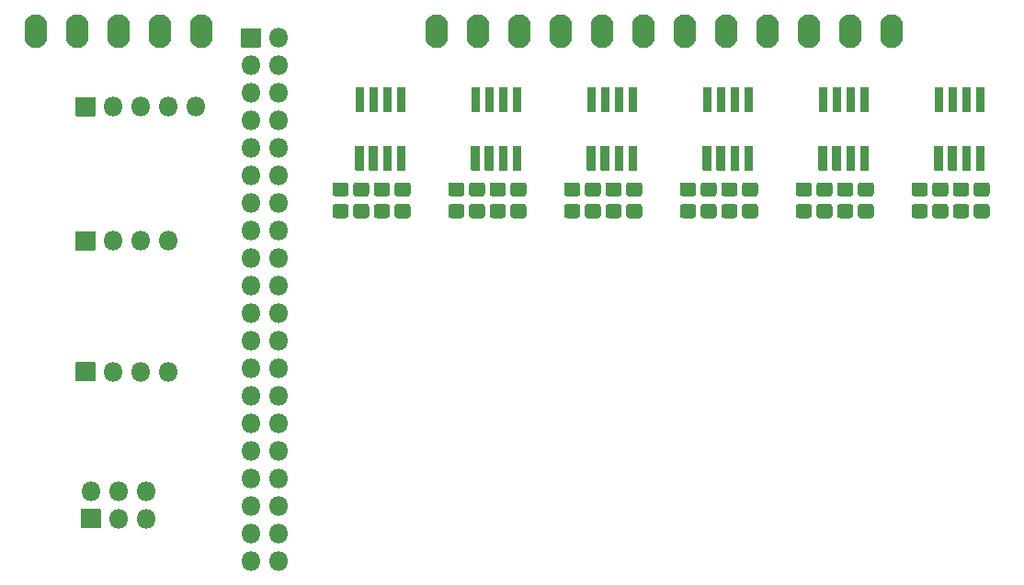
<source format=gbr>
%TF.GenerationSoftware,KiCad,Pcbnew,5.1.9+dfsg1-1*%
%TF.CreationDate,2021-02-28T18:52:37-05:00*%
%TF.ProjectId,incubator_pcb,696e6375-6261-4746-9f72-5f7063622e6b,rev?*%
%TF.SameCoordinates,Original*%
%TF.FileFunction,Soldermask,Bot*%
%TF.FilePolarity,Negative*%
%FSLAX46Y46*%
G04 Gerber Fmt 4.6, Leading zero omitted, Abs format (unit mm)*
G04 Created by KiCad (PCBNEW 5.1.9+dfsg1-1) date 2021-02-28 18:52:37*
%MOMM*%
%LPD*%
G01*
G04 APERTURE LIST*
%ADD10O,1.802000X1.802000*%
%ADD11O,2.102000X3.102000*%
G04 APERTURE END LIST*
D10*
X20828000Y-118618000D03*
X20828000Y-121158000D03*
X18288000Y-118618000D03*
X18288000Y-121158000D03*
X15748000Y-118618000D03*
G36*
G01*
X16598000Y-122059000D02*
X14898000Y-122059000D01*
G75*
G02*
X14847000Y-122008000I0J51000D01*
G01*
X14847000Y-120308000D01*
G75*
G02*
X14898000Y-120257000I51000J0D01*
G01*
X16598000Y-120257000D01*
G75*
G02*
X16649000Y-120308000I0J-51000D01*
G01*
X16649000Y-122008000D01*
G75*
G02*
X16598000Y-122059000I-51000J0D01*
G01*
G37*
G36*
G01*
X40940000Y-81475000D02*
X40940000Y-83625000D01*
G75*
G02*
X40870000Y-83695000I-70000J0D01*
G01*
X40170000Y-83695000D01*
G75*
G02*
X40100000Y-83625000I0J70000D01*
G01*
X40100000Y-81475000D01*
G75*
G02*
X40170000Y-81405000I70000J0D01*
G01*
X40870000Y-81405000D01*
G75*
G02*
X40940000Y-81475000I0J-70000D01*
G01*
G37*
G36*
G01*
X42210000Y-81475000D02*
X42210000Y-83625000D01*
G75*
G02*
X42140000Y-83695000I-70000J0D01*
G01*
X41440000Y-83695000D01*
G75*
G02*
X41370000Y-83625000I0J70000D01*
G01*
X41370000Y-81475000D01*
G75*
G02*
X41440000Y-81405000I70000J0D01*
G01*
X42140000Y-81405000D01*
G75*
G02*
X42210000Y-81475000I0J-70000D01*
G01*
G37*
G36*
G01*
X43480000Y-81475000D02*
X43480000Y-83625000D01*
G75*
G02*
X43410000Y-83695000I-70000J0D01*
G01*
X42710000Y-83695000D01*
G75*
G02*
X42640000Y-83625000I0J70000D01*
G01*
X42640000Y-81475000D01*
G75*
G02*
X42710000Y-81405000I70000J0D01*
G01*
X43410000Y-81405000D01*
G75*
G02*
X43480000Y-81475000I0J-70000D01*
G01*
G37*
G36*
G01*
X44750000Y-81475000D02*
X44750000Y-83625000D01*
G75*
G02*
X44680000Y-83695000I-70000J0D01*
G01*
X43980000Y-83695000D01*
G75*
G02*
X43910000Y-83625000I0J70000D01*
G01*
X43910000Y-81475000D01*
G75*
G02*
X43980000Y-81405000I70000J0D01*
G01*
X44680000Y-81405000D01*
G75*
G02*
X44750000Y-81475000I0J-70000D01*
G01*
G37*
G36*
G01*
X40930000Y-86850000D02*
X40930000Y-89000000D01*
G75*
G02*
X40860000Y-89070000I-70000J0D01*
G01*
X40160000Y-89070000D01*
G75*
G02*
X40090000Y-89000000I0J70000D01*
G01*
X40090000Y-86850000D01*
G75*
G02*
X40160000Y-86780000I70000J0D01*
G01*
X40860000Y-86780000D01*
G75*
G02*
X40930000Y-86850000I0J-70000D01*
G01*
G37*
G36*
G01*
X42200000Y-86850000D02*
X42200000Y-89000000D01*
G75*
G02*
X42130000Y-89070000I-70000J0D01*
G01*
X41430000Y-89070000D01*
G75*
G02*
X41360000Y-89000000I0J70000D01*
G01*
X41360000Y-86850000D01*
G75*
G02*
X41430000Y-86780000I70000J0D01*
G01*
X42130000Y-86780000D01*
G75*
G02*
X42200000Y-86850000I0J-70000D01*
G01*
G37*
G36*
G01*
X44750000Y-86850000D02*
X44750000Y-89000000D01*
G75*
G02*
X44680000Y-89070000I-70000J0D01*
G01*
X43980000Y-89070000D01*
G75*
G02*
X43910000Y-89000000I0J70000D01*
G01*
X43910000Y-86850000D01*
G75*
G02*
X43980000Y-86780000I70000J0D01*
G01*
X44680000Y-86780000D01*
G75*
G02*
X44750000Y-86850000I0J-70000D01*
G01*
G37*
G36*
G01*
X43480000Y-86850000D02*
X43480000Y-89000000D01*
G75*
G02*
X43410000Y-89070000I-70000J0D01*
G01*
X42710000Y-89070000D01*
G75*
G02*
X42640000Y-89000000I0J70000D01*
G01*
X42640000Y-86850000D01*
G75*
G02*
X42710000Y-86780000I70000J0D01*
G01*
X43410000Y-86780000D01*
G75*
G02*
X43480000Y-86850000I0J-70000D01*
G01*
G37*
G36*
G01*
X75974248Y-92154000D02*
X76933752Y-92154000D01*
G75*
G02*
X77205000Y-92425248I0J-271248D01*
G01*
X77205000Y-93184752D01*
G75*
G02*
X76933752Y-93456000I-271248J0D01*
G01*
X75974248Y-93456000D01*
G75*
G02*
X75703000Y-93184752I0J271248D01*
G01*
X75703000Y-92425248D01*
G75*
G02*
X75974248Y-92154000I271248J0D01*
G01*
G37*
G36*
G01*
X75974248Y-90154000D02*
X76933752Y-90154000D01*
G75*
G02*
X77205000Y-90425248I0J-271248D01*
G01*
X77205000Y-91184752D01*
G75*
G02*
X76933752Y-91456000I-271248J0D01*
G01*
X75974248Y-91456000D01*
G75*
G02*
X75703000Y-91184752I0J271248D01*
G01*
X75703000Y-90425248D01*
G75*
G02*
X75974248Y-90154000I271248J0D01*
G01*
G37*
G36*
G01*
X72164248Y-92154000D02*
X73123752Y-92154000D01*
G75*
G02*
X73395000Y-92425248I0J-271248D01*
G01*
X73395000Y-93184752D01*
G75*
G02*
X73123752Y-93456000I-271248J0D01*
G01*
X72164248Y-93456000D01*
G75*
G02*
X71893000Y-93184752I0J271248D01*
G01*
X71893000Y-92425248D01*
G75*
G02*
X72164248Y-92154000I271248J0D01*
G01*
G37*
G36*
G01*
X72164248Y-90154000D02*
X73123752Y-90154000D01*
G75*
G02*
X73395000Y-90425248I0J-271248D01*
G01*
X73395000Y-91184752D01*
G75*
G02*
X73123752Y-91456000I-271248J0D01*
G01*
X72164248Y-91456000D01*
G75*
G02*
X71893000Y-91184752I0J271248D01*
G01*
X71893000Y-90425248D01*
G75*
G02*
X72164248Y-90154000I271248J0D01*
G01*
G37*
G36*
G01*
X70259248Y-92154000D02*
X71218752Y-92154000D01*
G75*
G02*
X71490000Y-92425248I0J-271248D01*
G01*
X71490000Y-93184752D01*
G75*
G02*
X71218752Y-93456000I-271248J0D01*
G01*
X70259248Y-93456000D01*
G75*
G02*
X69988000Y-93184752I0J271248D01*
G01*
X69988000Y-92425248D01*
G75*
G02*
X70259248Y-92154000I271248J0D01*
G01*
G37*
G36*
G01*
X70259248Y-90154000D02*
X71218752Y-90154000D01*
G75*
G02*
X71490000Y-90425248I0J-271248D01*
G01*
X71490000Y-91184752D01*
G75*
G02*
X71218752Y-91456000I-271248J0D01*
G01*
X70259248Y-91456000D01*
G75*
G02*
X69988000Y-91184752I0J271248D01*
G01*
X69988000Y-90425248D01*
G75*
G02*
X70259248Y-90154000I271248J0D01*
G01*
G37*
G36*
G01*
X74069248Y-92154000D02*
X75028752Y-92154000D01*
G75*
G02*
X75300000Y-92425248I0J-271248D01*
G01*
X75300000Y-93184752D01*
G75*
G02*
X75028752Y-93456000I-271248J0D01*
G01*
X74069248Y-93456000D01*
G75*
G02*
X73798000Y-93184752I0J271248D01*
G01*
X73798000Y-92425248D01*
G75*
G02*
X74069248Y-92154000I271248J0D01*
G01*
G37*
G36*
G01*
X74069248Y-90154000D02*
X75028752Y-90154000D01*
G75*
G02*
X75300000Y-90425248I0J-271248D01*
G01*
X75300000Y-91184752D01*
G75*
G02*
X75028752Y-91456000I-271248J0D01*
G01*
X74069248Y-91456000D01*
G75*
G02*
X73798000Y-91184752I0J271248D01*
G01*
X73798000Y-90425248D01*
G75*
G02*
X74069248Y-90154000I271248J0D01*
G01*
G37*
G36*
G01*
X65306248Y-92154000D02*
X66265752Y-92154000D01*
G75*
G02*
X66537000Y-92425248I0J-271248D01*
G01*
X66537000Y-93184752D01*
G75*
G02*
X66265752Y-93456000I-271248J0D01*
G01*
X65306248Y-93456000D01*
G75*
G02*
X65035000Y-93184752I0J271248D01*
G01*
X65035000Y-92425248D01*
G75*
G02*
X65306248Y-92154000I271248J0D01*
G01*
G37*
G36*
G01*
X65306248Y-90154000D02*
X66265752Y-90154000D01*
G75*
G02*
X66537000Y-90425248I0J-271248D01*
G01*
X66537000Y-91184752D01*
G75*
G02*
X66265752Y-91456000I-271248J0D01*
G01*
X65306248Y-91456000D01*
G75*
G02*
X65035000Y-91184752I0J271248D01*
G01*
X65035000Y-90425248D01*
G75*
G02*
X65306248Y-90154000I271248J0D01*
G01*
G37*
G36*
G01*
X61496248Y-92154000D02*
X62455752Y-92154000D01*
G75*
G02*
X62727000Y-92425248I0J-271248D01*
G01*
X62727000Y-93184752D01*
G75*
G02*
X62455752Y-93456000I-271248J0D01*
G01*
X61496248Y-93456000D01*
G75*
G02*
X61225000Y-93184752I0J271248D01*
G01*
X61225000Y-92425248D01*
G75*
G02*
X61496248Y-92154000I271248J0D01*
G01*
G37*
G36*
G01*
X61496248Y-90154000D02*
X62455752Y-90154000D01*
G75*
G02*
X62727000Y-90425248I0J-271248D01*
G01*
X62727000Y-91184752D01*
G75*
G02*
X62455752Y-91456000I-271248J0D01*
G01*
X61496248Y-91456000D01*
G75*
G02*
X61225000Y-91184752I0J271248D01*
G01*
X61225000Y-90425248D01*
G75*
G02*
X61496248Y-90154000I271248J0D01*
G01*
G37*
G36*
G01*
X59591248Y-92154000D02*
X60550752Y-92154000D01*
G75*
G02*
X60822000Y-92425248I0J-271248D01*
G01*
X60822000Y-93184752D01*
G75*
G02*
X60550752Y-93456000I-271248J0D01*
G01*
X59591248Y-93456000D01*
G75*
G02*
X59320000Y-93184752I0J271248D01*
G01*
X59320000Y-92425248D01*
G75*
G02*
X59591248Y-92154000I271248J0D01*
G01*
G37*
G36*
G01*
X59591248Y-90154000D02*
X60550752Y-90154000D01*
G75*
G02*
X60822000Y-90425248I0J-271248D01*
G01*
X60822000Y-91184752D01*
G75*
G02*
X60550752Y-91456000I-271248J0D01*
G01*
X59591248Y-91456000D01*
G75*
G02*
X59320000Y-91184752I0J271248D01*
G01*
X59320000Y-90425248D01*
G75*
G02*
X59591248Y-90154000I271248J0D01*
G01*
G37*
G36*
G01*
X63401248Y-92154000D02*
X64360752Y-92154000D01*
G75*
G02*
X64632000Y-92425248I0J-271248D01*
G01*
X64632000Y-93184752D01*
G75*
G02*
X64360752Y-93456000I-271248J0D01*
G01*
X63401248Y-93456000D01*
G75*
G02*
X63130000Y-93184752I0J271248D01*
G01*
X63130000Y-92425248D01*
G75*
G02*
X63401248Y-92154000I271248J0D01*
G01*
G37*
G36*
G01*
X63401248Y-90154000D02*
X64360752Y-90154000D01*
G75*
G02*
X64632000Y-90425248I0J-271248D01*
G01*
X64632000Y-91184752D01*
G75*
G02*
X64360752Y-91456000I-271248J0D01*
G01*
X63401248Y-91456000D01*
G75*
G02*
X63130000Y-91184752I0J271248D01*
G01*
X63130000Y-90425248D01*
G75*
G02*
X63401248Y-90154000I271248J0D01*
G01*
G37*
G36*
G01*
X97310248Y-92154000D02*
X98269752Y-92154000D01*
G75*
G02*
X98541000Y-92425248I0J-271248D01*
G01*
X98541000Y-93184752D01*
G75*
G02*
X98269752Y-93456000I-271248J0D01*
G01*
X97310248Y-93456000D01*
G75*
G02*
X97039000Y-93184752I0J271248D01*
G01*
X97039000Y-92425248D01*
G75*
G02*
X97310248Y-92154000I271248J0D01*
G01*
G37*
G36*
G01*
X97310248Y-90154000D02*
X98269752Y-90154000D01*
G75*
G02*
X98541000Y-90425248I0J-271248D01*
G01*
X98541000Y-91184752D01*
G75*
G02*
X98269752Y-91456000I-271248J0D01*
G01*
X97310248Y-91456000D01*
G75*
G02*
X97039000Y-91184752I0J271248D01*
G01*
X97039000Y-90425248D01*
G75*
G02*
X97310248Y-90154000I271248J0D01*
G01*
G37*
G36*
G01*
X93500248Y-92154000D02*
X94459752Y-92154000D01*
G75*
G02*
X94731000Y-92425248I0J-271248D01*
G01*
X94731000Y-93184752D01*
G75*
G02*
X94459752Y-93456000I-271248J0D01*
G01*
X93500248Y-93456000D01*
G75*
G02*
X93229000Y-93184752I0J271248D01*
G01*
X93229000Y-92425248D01*
G75*
G02*
X93500248Y-92154000I271248J0D01*
G01*
G37*
G36*
G01*
X93500248Y-90154000D02*
X94459752Y-90154000D01*
G75*
G02*
X94731000Y-90425248I0J-271248D01*
G01*
X94731000Y-91184752D01*
G75*
G02*
X94459752Y-91456000I-271248J0D01*
G01*
X93500248Y-91456000D01*
G75*
G02*
X93229000Y-91184752I0J271248D01*
G01*
X93229000Y-90425248D01*
G75*
G02*
X93500248Y-90154000I271248J0D01*
G01*
G37*
G36*
G01*
X91595248Y-92154000D02*
X92554752Y-92154000D01*
G75*
G02*
X92826000Y-92425248I0J-271248D01*
G01*
X92826000Y-93184752D01*
G75*
G02*
X92554752Y-93456000I-271248J0D01*
G01*
X91595248Y-93456000D01*
G75*
G02*
X91324000Y-93184752I0J271248D01*
G01*
X91324000Y-92425248D01*
G75*
G02*
X91595248Y-92154000I271248J0D01*
G01*
G37*
G36*
G01*
X91595248Y-90154000D02*
X92554752Y-90154000D01*
G75*
G02*
X92826000Y-90425248I0J-271248D01*
G01*
X92826000Y-91184752D01*
G75*
G02*
X92554752Y-91456000I-271248J0D01*
G01*
X91595248Y-91456000D01*
G75*
G02*
X91324000Y-91184752I0J271248D01*
G01*
X91324000Y-90425248D01*
G75*
G02*
X91595248Y-90154000I271248J0D01*
G01*
G37*
G36*
G01*
X95405248Y-92154000D02*
X96364752Y-92154000D01*
G75*
G02*
X96636000Y-92425248I0J-271248D01*
G01*
X96636000Y-93184752D01*
G75*
G02*
X96364752Y-93456000I-271248J0D01*
G01*
X95405248Y-93456000D01*
G75*
G02*
X95134000Y-93184752I0J271248D01*
G01*
X95134000Y-92425248D01*
G75*
G02*
X95405248Y-92154000I271248J0D01*
G01*
G37*
G36*
G01*
X95405248Y-90154000D02*
X96364752Y-90154000D01*
G75*
G02*
X96636000Y-90425248I0J-271248D01*
G01*
X96636000Y-91184752D01*
G75*
G02*
X96364752Y-91456000I-271248J0D01*
G01*
X95405248Y-91456000D01*
G75*
G02*
X95134000Y-91184752I0J271248D01*
G01*
X95134000Y-90425248D01*
G75*
G02*
X95405248Y-90154000I271248J0D01*
G01*
G37*
G36*
G01*
X86642248Y-92154000D02*
X87601752Y-92154000D01*
G75*
G02*
X87873000Y-92425248I0J-271248D01*
G01*
X87873000Y-93184752D01*
G75*
G02*
X87601752Y-93456000I-271248J0D01*
G01*
X86642248Y-93456000D01*
G75*
G02*
X86371000Y-93184752I0J271248D01*
G01*
X86371000Y-92425248D01*
G75*
G02*
X86642248Y-92154000I271248J0D01*
G01*
G37*
G36*
G01*
X86642248Y-90154000D02*
X87601752Y-90154000D01*
G75*
G02*
X87873000Y-90425248I0J-271248D01*
G01*
X87873000Y-91184752D01*
G75*
G02*
X87601752Y-91456000I-271248J0D01*
G01*
X86642248Y-91456000D01*
G75*
G02*
X86371000Y-91184752I0J271248D01*
G01*
X86371000Y-90425248D01*
G75*
G02*
X86642248Y-90154000I271248J0D01*
G01*
G37*
G36*
G01*
X82832248Y-92154000D02*
X83791752Y-92154000D01*
G75*
G02*
X84063000Y-92425248I0J-271248D01*
G01*
X84063000Y-93184752D01*
G75*
G02*
X83791752Y-93456000I-271248J0D01*
G01*
X82832248Y-93456000D01*
G75*
G02*
X82561000Y-93184752I0J271248D01*
G01*
X82561000Y-92425248D01*
G75*
G02*
X82832248Y-92154000I271248J0D01*
G01*
G37*
G36*
G01*
X82832248Y-90154000D02*
X83791752Y-90154000D01*
G75*
G02*
X84063000Y-90425248I0J-271248D01*
G01*
X84063000Y-91184752D01*
G75*
G02*
X83791752Y-91456000I-271248J0D01*
G01*
X82832248Y-91456000D01*
G75*
G02*
X82561000Y-91184752I0J271248D01*
G01*
X82561000Y-90425248D01*
G75*
G02*
X82832248Y-90154000I271248J0D01*
G01*
G37*
G36*
G01*
X80927248Y-92154000D02*
X81886752Y-92154000D01*
G75*
G02*
X82158000Y-92425248I0J-271248D01*
G01*
X82158000Y-93184752D01*
G75*
G02*
X81886752Y-93456000I-271248J0D01*
G01*
X80927248Y-93456000D01*
G75*
G02*
X80656000Y-93184752I0J271248D01*
G01*
X80656000Y-92425248D01*
G75*
G02*
X80927248Y-92154000I271248J0D01*
G01*
G37*
G36*
G01*
X80927248Y-90154000D02*
X81886752Y-90154000D01*
G75*
G02*
X82158000Y-90425248I0J-271248D01*
G01*
X82158000Y-91184752D01*
G75*
G02*
X81886752Y-91456000I-271248J0D01*
G01*
X80927248Y-91456000D01*
G75*
G02*
X80656000Y-91184752I0J271248D01*
G01*
X80656000Y-90425248D01*
G75*
G02*
X80927248Y-90154000I271248J0D01*
G01*
G37*
G36*
G01*
X84737248Y-92154000D02*
X85696752Y-92154000D01*
G75*
G02*
X85968000Y-92425248I0J-271248D01*
G01*
X85968000Y-93184752D01*
G75*
G02*
X85696752Y-93456000I-271248J0D01*
G01*
X84737248Y-93456000D01*
G75*
G02*
X84466000Y-93184752I0J271248D01*
G01*
X84466000Y-92425248D01*
G75*
G02*
X84737248Y-92154000I271248J0D01*
G01*
G37*
G36*
G01*
X84737248Y-90154000D02*
X85696752Y-90154000D01*
G75*
G02*
X85968000Y-90425248I0J-271248D01*
G01*
X85968000Y-91184752D01*
G75*
G02*
X85696752Y-91456000I-271248J0D01*
G01*
X84737248Y-91456000D01*
G75*
G02*
X84466000Y-91184752I0J271248D01*
G01*
X84466000Y-90425248D01*
G75*
G02*
X84737248Y-90154000I271248J0D01*
G01*
G37*
G36*
G01*
X54638248Y-92154000D02*
X55597752Y-92154000D01*
G75*
G02*
X55869000Y-92425248I0J-271248D01*
G01*
X55869000Y-93184752D01*
G75*
G02*
X55597752Y-93456000I-271248J0D01*
G01*
X54638248Y-93456000D01*
G75*
G02*
X54367000Y-93184752I0J271248D01*
G01*
X54367000Y-92425248D01*
G75*
G02*
X54638248Y-92154000I271248J0D01*
G01*
G37*
G36*
G01*
X54638248Y-90154000D02*
X55597752Y-90154000D01*
G75*
G02*
X55869000Y-90425248I0J-271248D01*
G01*
X55869000Y-91184752D01*
G75*
G02*
X55597752Y-91456000I-271248J0D01*
G01*
X54638248Y-91456000D01*
G75*
G02*
X54367000Y-91184752I0J271248D01*
G01*
X54367000Y-90425248D01*
G75*
G02*
X54638248Y-90154000I271248J0D01*
G01*
G37*
G36*
G01*
X50828248Y-92154000D02*
X51787752Y-92154000D01*
G75*
G02*
X52059000Y-92425248I0J-271248D01*
G01*
X52059000Y-93184752D01*
G75*
G02*
X51787752Y-93456000I-271248J0D01*
G01*
X50828248Y-93456000D01*
G75*
G02*
X50557000Y-93184752I0J271248D01*
G01*
X50557000Y-92425248D01*
G75*
G02*
X50828248Y-92154000I271248J0D01*
G01*
G37*
G36*
G01*
X50828248Y-90154000D02*
X51787752Y-90154000D01*
G75*
G02*
X52059000Y-90425248I0J-271248D01*
G01*
X52059000Y-91184752D01*
G75*
G02*
X51787752Y-91456000I-271248J0D01*
G01*
X50828248Y-91456000D01*
G75*
G02*
X50557000Y-91184752I0J271248D01*
G01*
X50557000Y-90425248D01*
G75*
G02*
X50828248Y-90154000I271248J0D01*
G01*
G37*
G36*
G01*
X48923248Y-92154000D02*
X49882752Y-92154000D01*
G75*
G02*
X50154000Y-92425248I0J-271248D01*
G01*
X50154000Y-93184752D01*
G75*
G02*
X49882752Y-93456000I-271248J0D01*
G01*
X48923248Y-93456000D01*
G75*
G02*
X48652000Y-93184752I0J271248D01*
G01*
X48652000Y-92425248D01*
G75*
G02*
X48923248Y-92154000I271248J0D01*
G01*
G37*
G36*
G01*
X48923248Y-90154000D02*
X49882752Y-90154000D01*
G75*
G02*
X50154000Y-90425248I0J-271248D01*
G01*
X50154000Y-91184752D01*
G75*
G02*
X49882752Y-91456000I-271248J0D01*
G01*
X48923248Y-91456000D01*
G75*
G02*
X48652000Y-91184752I0J271248D01*
G01*
X48652000Y-90425248D01*
G75*
G02*
X48923248Y-90154000I271248J0D01*
G01*
G37*
G36*
G01*
X52733248Y-92154000D02*
X53692752Y-92154000D01*
G75*
G02*
X53964000Y-92425248I0J-271248D01*
G01*
X53964000Y-93184752D01*
G75*
G02*
X53692752Y-93456000I-271248J0D01*
G01*
X52733248Y-93456000D01*
G75*
G02*
X52462000Y-93184752I0J271248D01*
G01*
X52462000Y-92425248D01*
G75*
G02*
X52733248Y-92154000I271248J0D01*
G01*
G37*
G36*
G01*
X52733248Y-90154000D02*
X53692752Y-90154000D01*
G75*
G02*
X53964000Y-90425248I0J-271248D01*
G01*
X53964000Y-91184752D01*
G75*
G02*
X53692752Y-91456000I-271248J0D01*
G01*
X52733248Y-91456000D01*
G75*
G02*
X52462000Y-91184752I0J271248D01*
G01*
X52462000Y-90425248D01*
G75*
G02*
X52733248Y-90154000I271248J0D01*
G01*
G37*
G36*
G01*
X43970248Y-92154000D02*
X44929752Y-92154000D01*
G75*
G02*
X45201000Y-92425248I0J-271248D01*
G01*
X45201000Y-93184752D01*
G75*
G02*
X44929752Y-93456000I-271248J0D01*
G01*
X43970248Y-93456000D01*
G75*
G02*
X43699000Y-93184752I0J271248D01*
G01*
X43699000Y-92425248D01*
G75*
G02*
X43970248Y-92154000I271248J0D01*
G01*
G37*
G36*
G01*
X43970248Y-90154000D02*
X44929752Y-90154000D01*
G75*
G02*
X45201000Y-90425248I0J-271248D01*
G01*
X45201000Y-91184752D01*
G75*
G02*
X44929752Y-91456000I-271248J0D01*
G01*
X43970248Y-91456000D01*
G75*
G02*
X43699000Y-91184752I0J271248D01*
G01*
X43699000Y-90425248D01*
G75*
G02*
X43970248Y-90154000I271248J0D01*
G01*
G37*
G36*
G01*
X40160248Y-92154000D02*
X41119752Y-92154000D01*
G75*
G02*
X41391000Y-92425248I0J-271248D01*
G01*
X41391000Y-93184752D01*
G75*
G02*
X41119752Y-93456000I-271248J0D01*
G01*
X40160248Y-93456000D01*
G75*
G02*
X39889000Y-93184752I0J271248D01*
G01*
X39889000Y-92425248D01*
G75*
G02*
X40160248Y-92154000I271248J0D01*
G01*
G37*
G36*
G01*
X40160248Y-90154000D02*
X41119752Y-90154000D01*
G75*
G02*
X41391000Y-90425248I0J-271248D01*
G01*
X41391000Y-91184752D01*
G75*
G02*
X41119752Y-91456000I-271248J0D01*
G01*
X40160248Y-91456000D01*
G75*
G02*
X39889000Y-91184752I0J271248D01*
G01*
X39889000Y-90425248D01*
G75*
G02*
X40160248Y-90154000I271248J0D01*
G01*
G37*
G36*
G01*
X38255248Y-92154000D02*
X39214752Y-92154000D01*
G75*
G02*
X39486000Y-92425248I0J-271248D01*
G01*
X39486000Y-93184752D01*
G75*
G02*
X39214752Y-93456000I-271248J0D01*
G01*
X38255248Y-93456000D01*
G75*
G02*
X37984000Y-93184752I0J271248D01*
G01*
X37984000Y-92425248D01*
G75*
G02*
X38255248Y-92154000I271248J0D01*
G01*
G37*
G36*
G01*
X38255248Y-90154000D02*
X39214752Y-90154000D01*
G75*
G02*
X39486000Y-90425248I0J-271248D01*
G01*
X39486000Y-91184752D01*
G75*
G02*
X39214752Y-91456000I-271248J0D01*
G01*
X38255248Y-91456000D01*
G75*
G02*
X37984000Y-91184752I0J271248D01*
G01*
X37984000Y-90425248D01*
G75*
G02*
X38255248Y-90154000I271248J0D01*
G01*
G37*
G36*
G01*
X42065248Y-92154000D02*
X43024752Y-92154000D01*
G75*
G02*
X43296000Y-92425248I0J-271248D01*
G01*
X43296000Y-93184752D01*
G75*
G02*
X43024752Y-93456000I-271248J0D01*
G01*
X42065248Y-93456000D01*
G75*
G02*
X41794000Y-93184752I0J271248D01*
G01*
X41794000Y-92425248D01*
G75*
G02*
X42065248Y-92154000I271248J0D01*
G01*
G37*
G36*
G01*
X42065248Y-90154000D02*
X43024752Y-90154000D01*
G75*
G02*
X43296000Y-90425248I0J-271248D01*
G01*
X43296000Y-91184752D01*
G75*
G02*
X43024752Y-91456000I-271248J0D01*
G01*
X42065248Y-91456000D01*
G75*
G02*
X41794000Y-91184752I0J271248D01*
G01*
X41794000Y-90425248D01*
G75*
G02*
X42065248Y-90154000I271248J0D01*
G01*
G37*
X22860000Y-107619999D03*
X20320000Y-107619999D03*
X17780000Y-107619999D03*
G36*
G01*
X16090000Y-108520999D02*
X14390000Y-108520999D01*
G75*
G02*
X14339000Y-108469999I0J51000D01*
G01*
X14339000Y-106769999D01*
G75*
G02*
X14390000Y-106718999I51000J0D01*
G01*
X16090000Y-106718999D01*
G75*
G02*
X16141000Y-106769999I0J-51000D01*
G01*
X16141000Y-108469999D01*
G75*
G02*
X16090000Y-108520999I-51000J0D01*
G01*
G37*
X22860000Y-95554999D03*
X20320000Y-95554999D03*
X17780000Y-95554999D03*
G36*
G01*
X16090000Y-96455999D02*
X14390000Y-96455999D01*
G75*
G02*
X14339000Y-96404999I0J51000D01*
G01*
X14339000Y-94704999D01*
G75*
G02*
X14390000Y-94653999I51000J0D01*
G01*
X16090000Y-94653999D01*
G75*
G02*
X16141000Y-94704999I0J-51000D01*
G01*
X16141000Y-96404999D01*
G75*
G02*
X16090000Y-96455999I-51000J0D01*
G01*
G37*
X33020000Y-125095000D03*
X30480000Y-125095000D03*
X33020000Y-122555000D03*
X30480000Y-122555000D03*
X33020000Y-120015000D03*
X30480000Y-120015000D03*
X33020000Y-117475000D03*
X30480000Y-117475000D03*
X33020000Y-114935000D03*
X30480000Y-114935000D03*
X33020000Y-112395000D03*
X30480000Y-112395000D03*
X33020000Y-109855000D03*
X30480000Y-109855000D03*
X33020000Y-107315000D03*
X30480000Y-107315000D03*
X33020000Y-104775000D03*
X30480000Y-104775000D03*
X33020000Y-102235000D03*
X30480000Y-102235000D03*
X33020000Y-99695000D03*
X30480000Y-99695000D03*
X33020000Y-97155000D03*
X30480000Y-97155000D03*
X33020000Y-94615000D03*
X30480000Y-94615000D03*
X33020000Y-92075000D03*
X30480000Y-92075000D03*
X33020000Y-89535000D03*
X30480000Y-89535000D03*
X33020000Y-86995000D03*
X30480000Y-86995000D03*
X33020000Y-84455000D03*
X30480000Y-84455000D03*
X33020000Y-81915000D03*
X30480000Y-81915000D03*
X33020000Y-79375000D03*
X30480000Y-79375000D03*
X33020000Y-76835000D03*
G36*
G01*
X29579000Y-77685000D02*
X29579000Y-75985000D01*
G75*
G02*
X29630000Y-75934000I51000J0D01*
G01*
X31330000Y-75934000D01*
G75*
G02*
X31381000Y-75985000I0J-51000D01*
G01*
X31381000Y-77685000D01*
G75*
G02*
X31330000Y-77736000I-51000J0D01*
G01*
X29630000Y-77736000D01*
G75*
G02*
X29579000Y-77685000I0J51000D01*
G01*
G37*
D11*
X18288000Y-76200000D03*
X14478000Y-76200000D03*
X10668000Y-76200000D03*
X25908000Y-76200000D03*
X22098000Y-76200000D03*
D10*
X25400000Y-83185000D03*
X22860000Y-83185000D03*
X20320000Y-83185000D03*
X17780000Y-83185000D03*
G36*
G01*
X16090000Y-84086000D02*
X14390000Y-84086000D01*
G75*
G02*
X14339000Y-84035000I0J51000D01*
G01*
X14339000Y-82335000D01*
G75*
G02*
X14390000Y-82284000I51000J0D01*
G01*
X16090000Y-82284000D01*
G75*
G02*
X16141000Y-82335000I0J-51000D01*
G01*
X16141000Y-84035000D01*
G75*
G02*
X16090000Y-84086000I-51000J0D01*
G01*
G37*
D11*
X89535000Y-76200000D03*
X85725000Y-76200000D03*
X81915000Y-76200000D03*
X78105000Y-76200000D03*
X74295000Y-76200000D03*
X70485000Y-76200000D03*
X66675000Y-76200000D03*
X62865000Y-76200000D03*
X59055000Y-76200000D03*
X55245000Y-76200000D03*
X51435000Y-76200000D03*
X47625000Y-76200000D03*
G36*
G01*
X72944000Y-81475000D02*
X72944000Y-83625000D01*
G75*
G02*
X72874000Y-83695000I-70000J0D01*
G01*
X72174000Y-83695000D01*
G75*
G02*
X72104000Y-83625000I0J70000D01*
G01*
X72104000Y-81475000D01*
G75*
G02*
X72174000Y-81405000I70000J0D01*
G01*
X72874000Y-81405000D01*
G75*
G02*
X72944000Y-81475000I0J-70000D01*
G01*
G37*
G36*
G01*
X74214000Y-81475000D02*
X74214000Y-83625000D01*
G75*
G02*
X74144000Y-83695000I-70000J0D01*
G01*
X73444000Y-83695000D01*
G75*
G02*
X73374000Y-83625000I0J70000D01*
G01*
X73374000Y-81475000D01*
G75*
G02*
X73444000Y-81405000I70000J0D01*
G01*
X74144000Y-81405000D01*
G75*
G02*
X74214000Y-81475000I0J-70000D01*
G01*
G37*
G36*
G01*
X75484000Y-81475000D02*
X75484000Y-83625000D01*
G75*
G02*
X75414000Y-83695000I-70000J0D01*
G01*
X74714000Y-83695000D01*
G75*
G02*
X74644000Y-83625000I0J70000D01*
G01*
X74644000Y-81475000D01*
G75*
G02*
X74714000Y-81405000I70000J0D01*
G01*
X75414000Y-81405000D01*
G75*
G02*
X75484000Y-81475000I0J-70000D01*
G01*
G37*
G36*
G01*
X76754000Y-81475000D02*
X76754000Y-83625000D01*
G75*
G02*
X76684000Y-83695000I-70000J0D01*
G01*
X75984000Y-83695000D01*
G75*
G02*
X75914000Y-83625000I0J70000D01*
G01*
X75914000Y-81475000D01*
G75*
G02*
X75984000Y-81405000I70000J0D01*
G01*
X76684000Y-81405000D01*
G75*
G02*
X76754000Y-81475000I0J-70000D01*
G01*
G37*
G36*
G01*
X72934000Y-86850000D02*
X72934000Y-89000000D01*
G75*
G02*
X72864000Y-89070000I-70000J0D01*
G01*
X72164000Y-89070000D01*
G75*
G02*
X72094000Y-89000000I0J70000D01*
G01*
X72094000Y-86850000D01*
G75*
G02*
X72164000Y-86780000I70000J0D01*
G01*
X72864000Y-86780000D01*
G75*
G02*
X72934000Y-86850000I0J-70000D01*
G01*
G37*
G36*
G01*
X74204000Y-86850000D02*
X74204000Y-89000000D01*
G75*
G02*
X74134000Y-89070000I-70000J0D01*
G01*
X73434000Y-89070000D01*
G75*
G02*
X73364000Y-89000000I0J70000D01*
G01*
X73364000Y-86850000D01*
G75*
G02*
X73434000Y-86780000I70000J0D01*
G01*
X74134000Y-86780000D01*
G75*
G02*
X74204000Y-86850000I0J-70000D01*
G01*
G37*
G36*
G01*
X76754000Y-86850000D02*
X76754000Y-89000000D01*
G75*
G02*
X76684000Y-89070000I-70000J0D01*
G01*
X75984000Y-89070000D01*
G75*
G02*
X75914000Y-89000000I0J70000D01*
G01*
X75914000Y-86850000D01*
G75*
G02*
X75984000Y-86780000I70000J0D01*
G01*
X76684000Y-86780000D01*
G75*
G02*
X76754000Y-86850000I0J-70000D01*
G01*
G37*
G36*
G01*
X75484000Y-86850000D02*
X75484000Y-89000000D01*
G75*
G02*
X75414000Y-89070000I-70000J0D01*
G01*
X74714000Y-89070000D01*
G75*
G02*
X74644000Y-89000000I0J70000D01*
G01*
X74644000Y-86850000D01*
G75*
G02*
X74714000Y-86780000I70000J0D01*
G01*
X75414000Y-86780000D01*
G75*
G02*
X75484000Y-86850000I0J-70000D01*
G01*
G37*
G36*
G01*
X62276000Y-81475000D02*
X62276000Y-83625000D01*
G75*
G02*
X62206000Y-83695000I-70000J0D01*
G01*
X61506000Y-83695000D01*
G75*
G02*
X61436000Y-83625000I0J70000D01*
G01*
X61436000Y-81475000D01*
G75*
G02*
X61506000Y-81405000I70000J0D01*
G01*
X62206000Y-81405000D01*
G75*
G02*
X62276000Y-81475000I0J-70000D01*
G01*
G37*
G36*
G01*
X63546000Y-81475000D02*
X63546000Y-83625000D01*
G75*
G02*
X63476000Y-83695000I-70000J0D01*
G01*
X62776000Y-83695000D01*
G75*
G02*
X62706000Y-83625000I0J70000D01*
G01*
X62706000Y-81475000D01*
G75*
G02*
X62776000Y-81405000I70000J0D01*
G01*
X63476000Y-81405000D01*
G75*
G02*
X63546000Y-81475000I0J-70000D01*
G01*
G37*
G36*
G01*
X64816000Y-81475000D02*
X64816000Y-83625000D01*
G75*
G02*
X64746000Y-83695000I-70000J0D01*
G01*
X64046000Y-83695000D01*
G75*
G02*
X63976000Y-83625000I0J70000D01*
G01*
X63976000Y-81475000D01*
G75*
G02*
X64046000Y-81405000I70000J0D01*
G01*
X64746000Y-81405000D01*
G75*
G02*
X64816000Y-81475000I0J-70000D01*
G01*
G37*
G36*
G01*
X66086000Y-81475000D02*
X66086000Y-83625000D01*
G75*
G02*
X66016000Y-83695000I-70000J0D01*
G01*
X65316000Y-83695000D01*
G75*
G02*
X65246000Y-83625000I0J70000D01*
G01*
X65246000Y-81475000D01*
G75*
G02*
X65316000Y-81405000I70000J0D01*
G01*
X66016000Y-81405000D01*
G75*
G02*
X66086000Y-81475000I0J-70000D01*
G01*
G37*
G36*
G01*
X62266000Y-86850000D02*
X62266000Y-89000000D01*
G75*
G02*
X62196000Y-89070000I-70000J0D01*
G01*
X61496000Y-89070000D01*
G75*
G02*
X61426000Y-89000000I0J70000D01*
G01*
X61426000Y-86850000D01*
G75*
G02*
X61496000Y-86780000I70000J0D01*
G01*
X62196000Y-86780000D01*
G75*
G02*
X62266000Y-86850000I0J-70000D01*
G01*
G37*
G36*
G01*
X63536000Y-86850000D02*
X63536000Y-89000000D01*
G75*
G02*
X63466000Y-89070000I-70000J0D01*
G01*
X62766000Y-89070000D01*
G75*
G02*
X62696000Y-89000000I0J70000D01*
G01*
X62696000Y-86850000D01*
G75*
G02*
X62766000Y-86780000I70000J0D01*
G01*
X63466000Y-86780000D01*
G75*
G02*
X63536000Y-86850000I0J-70000D01*
G01*
G37*
G36*
G01*
X66086000Y-86850000D02*
X66086000Y-89000000D01*
G75*
G02*
X66016000Y-89070000I-70000J0D01*
G01*
X65316000Y-89070000D01*
G75*
G02*
X65246000Y-89000000I0J70000D01*
G01*
X65246000Y-86850000D01*
G75*
G02*
X65316000Y-86780000I70000J0D01*
G01*
X66016000Y-86780000D01*
G75*
G02*
X66086000Y-86850000I0J-70000D01*
G01*
G37*
G36*
G01*
X64816000Y-86850000D02*
X64816000Y-89000000D01*
G75*
G02*
X64746000Y-89070000I-70000J0D01*
G01*
X64046000Y-89070000D01*
G75*
G02*
X63976000Y-89000000I0J70000D01*
G01*
X63976000Y-86850000D01*
G75*
G02*
X64046000Y-86780000I70000J0D01*
G01*
X64746000Y-86780000D01*
G75*
G02*
X64816000Y-86850000I0J-70000D01*
G01*
G37*
G36*
G01*
X94280000Y-81475000D02*
X94280000Y-83625000D01*
G75*
G02*
X94210000Y-83695000I-70000J0D01*
G01*
X93510000Y-83695000D01*
G75*
G02*
X93440000Y-83625000I0J70000D01*
G01*
X93440000Y-81475000D01*
G75*
G02*
X93510000Y-81405000I70000J0D01*
G01*
X94210000Y-81405000D01*
G75*
G02*
X94280000Y-81475000I0J-70000D01*
G01*
G37*
G36*
G01*
X95550000Y-81475000D02*
X95550000Y-83625000D01*
G75*
G02*
X95480000Y-83695000I-70000J0D01*
G01*
X94780000Y-83695000D01*
G75*
G02*
X94710000Y-83625000I0J70000D01*
G01*
X94710000Y-81475000D01*
G75*
G02*
X94780000Y-81405000I70000J0D01*
G01*
X95480000Y-81405000D01*
G75*
G02*
X95550000Y-81475000I0J-70000D01*
G01*
G37*
G36*
G01*
X96820000Y-81475000D02*
X96820000Y-83625000D01*
G75*
G02*
X96750000Y-83695000I-70000J0D01*
G01*
X96050000Y-83695000D01*
G75*
G02*
X95980000Y-83625000I0J70000D01*
G01*
X95980000Y-81475000D01*
G75*
G02*
X96050000Y-81405000I70000J0D01*
G01*
X96750000Y-81405000D01*
G75*
G02*
X96820000Y-81475000I0J-70000D01*
G01*
G37*
G36*
G01*
X98090000Y-81475000D02*
X98090000Y-83625000D01*
G75*
G02*
X98020000Y-83695000I-70000J0D01*
G01*
X97320000Y-83695000D01*
G75*
G02*
X97250000Y-83625000I0J70000D01*
G01*
X97250000Y-81475000D01*
G75*
G02*
X97320000Y-81405000I70000J0D01*
G01*
X98020000Y-81405000D01*
G75*
G02*
X98090000Y-81475000I0J-70000D01*
G01*
G37*
G36*
G01*
X94270000Y-86850000D02*
X94270000Y-89000000D01*
G75*
G02*
X94200000Y-89070000I-70000J0D01*
G01*
X93500000Y-89070000D01*
G75*
G02*
X93430000Y-89000000I0J70000D01*
G01*
X93430000Y-86850000D01*
G75*
G02*
X93500000Y-86780000I70000J0D01*
G01*
X94200000Y-86780000D01*
G75*
G02*
X94270000Y-86850000I0J-70000D01*
G01*
G37*
G36*
G01*
X95540000Y-86850000D02*
X95540000Y-89000000D01*
G75*
G02*
X95470000Y-89070000I-70000J0D01*
G01*
X94770000Y-89070000D01*
G75*
G02*
X94700000Y-89000000I0J70000D01*
G01*
X94700000Y-86850000D01*
G75*
G02*
X94770000Y-86780000I70000J0D01*
G01*
X95470000Y-86780000D01*
G75*
G02*
X95540000Y-86850000I0J-70000D01*
G01*
G37*
G36*
G01*
X98090000Y-86850000D02*
X98090000Y-89000000D01*
G75*
G02*
X98020000Y-89070000I-70000J0D01*
G01*
X97320000Y-89070000D01*
G75*
G02*
X97250000Y-89000000I0J70000D01*
G01*
X97250000Y-86850000D01*
G75*
G02*
X97320000Y-86780000I70000J0D01*
G01*
X98020000Y-86780000D01*
G75*
G02*
X98090000Y-86850000I0J-70000D01*
G01*
G37*
G36*
G01*
X96820000Y-86850000D02*
X96820000Y-89000000D01*
G75*
G02*
X96750000Y-89070000I-70000J0D01*
G01*
X96050000Y-89070000D01*
G75*
G02*
X95980000Y-89000000I0J70000D01*
G01*
X95980000Y-86850000D01*
G75*
G02*
X96050000Y-86780000I70000J0D01*
G01*
X96750000Y-86780000D01*
G75*
G02*
X96820000Y-86850000I0J-70000D01*
G01*
G37*
G36*
G01*
X83612000Y-81475000D02*
X83612000Y-83625000D01*
G75*
G02*
X83542000Y-83695000I-70000J0D01*
G01*
X82842000Y-83695000D01*
G75*
G02*
X82772000Y-83625000I0J70000D01*
G01*
X82772000Y-81475000D01*
G75*
G02*
X82842000Y-81405000I70000J0D01*
G01*
X83542000Y-81405000D01*
G75*
G02*
X83612000Y-81475000I0J-70000D01*
G01*
G37*
G36*
G01*
X84882000Y-81475000D02*
X84882000Y-83625000D01*
G75*
G02*
X84812000Y-83695000I-70000J0D01*
G01*
X84112000Y-83695000D01*
G75*
G02*
X84042000Y-83625000I0J70000D01*
G01*
X84042000Y-81475000D01*
G75*
G02*
X84112000Y-81405000I70000J0D01*
G01*
X84812000Y-81405000D01*
G75*
G02*
X84882000Y-81475000I0J-70000D01*
G01*
G37*
G36*
G01*
X86152000Y-81475000D02*
X86152000Y-83625000D01*
G75*
G02*
X86082000Y-83695000I-70000J0D01*
G01*
X85382000Y-83695000D01*
G75*
G02*
X85312000Y-83625000I0J70000D01*
G01*
X85312000Y-81475000D01*
G75*
G02*
X85382000Y-81405000I70000J0D01*
G01*
X86082000Y-81405000D01*
G75*
G02*
X86152000Y-81475000I0J-70000D01*
G01*
G37*
G36*
G01*
X87422000Y-81475000D02*
X87422000Y-83625000D01*
G75*
G02*
X87352000Y-83695000I-70000J0D01*
G01*
X86652000Y-83695000D01*
G75*
G02*
X86582000Y-83625000I0J70000D01*
G01*
X86582000Y-81475000D01*
G75*
G02*
X86652000Y-81405000I70000J0D01*
G01*
X87352000Y-81405000D01*
G75*
G02*
X87422000Y-81475000I0J-70000D01*
G01*
G37*
G36*
G01*
X83602000Y-86850000D02*
X83602000Y-89000000D01*
G75*
G02*
X83532000Y-89070000I-70000J0D01*
G01*
X82832000Y-89070000D01*
G75*
G02*
X82762000Y-89000000I0J70000D01*
G01*
X82762000Y-86850000D01*
G75*
G02*
X82832000Y-86780000I70000J0D01*
G01*
X83532000Y-86780000D01*
G75*
G02*
X83602000Y-86850000I0J-70000D01*
G01*
G37*
G36*
G01*
X84872000Y-86850000D02*
X84872000Y-89000000D01*
G75*
G02*
X84802000Y-89070000I-70000J0D01*
G01*
X84102000Y-89070000D01*
G75*
G02*
X84032000Y-89000000I0J70000D01*
G01*
X84032000Y-86850000D01*
G75*
G02*
X84102000Y-86780000I70000J0D01*
G01*
X84802000Y-86780000D01*
G75*
G02*
X84872000Y-86850000I0J-70000D01*
G01*
G37*
G36*
G01*
X87422000Y-86850000D02*
X87422000Y-89000000D01*
G75*
G02*
X87352000Y-89070000I-70000J0D01*
G01*
X86652000Y-89070000D01*
G75*
G02*
X86582000Y-89000000I0J70000D01*
G01*
X86582000Y-86850000D01*
G75*
G02*
X86652000Y-86780000I70000J0D01*
G01*
X87352000Y-86780000D01*
G75*
G02*
X87422000Y-86850000I0J-70000D01*
G01*
G37*
G36*
G01*
X86152000Y-86850000D02*
X86152000Y-89000000D01*
G75*
G02*
X86082000Y-89070000I-70000J0D01*
G01*
X85382000Y-89070000D01*
G75*
G02*
X85312000Y-89000000I0J70000D01*
G01*
X85312000Y-86850000D01*
G75*
G02*
X85382000Y-86780000I70000J0D01*
G01*
X86082000Y-86780000D01*
G75*
G02*
X86152000Y-86850000I0J-70000D01*
G01*
G37*
G36*
G01*
X51608000Y-81475000D02*
X51608000Y-83625000D01*
G75*
G02*
X51538000Y-83695000I-70000J0D01*
G01*
X50838000Y-83695000D01*
G75*
G02*
X50768000Y-83625000I0J70000D01*
G01*
X50768000Y-81475000D01*
G75*
G02*
X50838000Y-81405000I70000J0D01*
G01*
X51538000Y-81405000D01*
G75*
G02*
X51608000Y-81475000I0J-70000D01*
G01*
G37*
G36*
G01*
X52878000Y-81475000D02*
X52878000Y-83625000D01*
G75*
G02*
X52808000Y-83695000I-70000J0D01*
G01*
X52108000Y-83695000D01*
G75*
G02*
X52038000Y-83625000I0J70000D01*
G01*
X52038000Y-81475000D01*
G75*
G02*
X52108000Y-81405000I70000J0D01*
G01*
X52808000Y-81405000D01*
G75*
G02*
X52878000Y-81475000I0J-70000D01*
G01*
G37*
G36*
G01*
X54148000Y-81475000D02*
X54148000Y-83625000D01*
G75*
G02*
X54078000Y-83695000I-70000J0D01*
G01*
X53378000Y-83695000D01*
G75*
G02*
X53308000Y-83625000I0J70000D01*
G01*
X53308000Y-81475000D01*
G75*
G02*
X53378000Y-81405000I70000J0D01*
G01*
X54078000Y-81405000D01*
G75*
G02*
X54148000Y-81475000I0J-70000D01*
G01*
G37*
G36*
G01*
X55418000Y-81475000D02*
X55418000Y-83625000D01*
G75*
G02*
X55348000Y-83695000I-70000J0D01*
G01*
X54648000Y-83695000D01*
G75*
G02*
X54578000Y-83625000I0J70000D01*
G01*
X54578000Y-81475000D01*
G75*
G02*
X54648000Y-81405000I70000J0D01*
G01*
X55348000Y-81405000D01*
G75*
G02*
X55418000Y-81475000I0J-70000D01*
G01*
G37*
G36*
G01*
X51598000Y-86850000D02*
X51598000Y-89000000D01*
G75*
G02*
X51528000Y-89070000I-70000J0D01*
G01*
X50828000Y-89070000D01*
G75*
G02*
X50758000Y-89000000I0J70000D01*
G01*
X50758000Y-86850000D01*
G75*
G02*
X50828000Y-86780000I70000J0D01*
G01*
X51528000Y-86780000D01*
G75*
G02*
X51598000Y-86850000I0J-70000D01*
G01*
G37*
G36*
G01*
X52868000Y-86850000D02*
X52868000Y-89000000D01*
G75*
G02*
X52798000Y-89070000I-70000J0D01*
G01*
X52098000Y-89070000D01*
G75*
G02*
X52028000Y-89000000I0J70000D01*
G01*
X52028000Y-86850000D01*
G75*
G02*
X52098000Y-86780000I70000J0D01*
G01*
X52798000Y-86780000D01*
G75*
G02*
X52868000Y-86850000I0J-70000D01*
G01*
G37*
G36*
G01*
X55418000Y-86850000D02*
X55418000Y-89000000D01*
G75*
G02*
X55348000Y-89070000I-70000J0D01*
G01*
X54648000Y-89070000D01*
G75*
G02*
X54578000Y-89000000I0J70000D01*
G01*
X54578000Y-86850000D01*
G75*
G02*
X54648000Y-86780000I70000J0D01*
G01*
X55348000Y-86780000D01*
G75*
G02*
X55418000Y-86850000I0J-70000D01*
G01*
G37*
G36*
G01*
X54148000Y-86850000D02*
X54148000Y-89000000D01*
G75*
G02*
X54078000Y-89070000I-70000J0D01*
G01*
X53378000Y-89070000D01*
G75*
G02*
X53308000Y-89000000I0J70000D01*
G01*
X53308000Y-86850000D01*
G75*
G02*
X53378000Y-86780000I70000J0D01*
G01*
X54078000Y-86780000D01*
G75*
G02*
X54148000Y-86850000I0J-70000D01*
G01*
G37*
M02*

</source>
